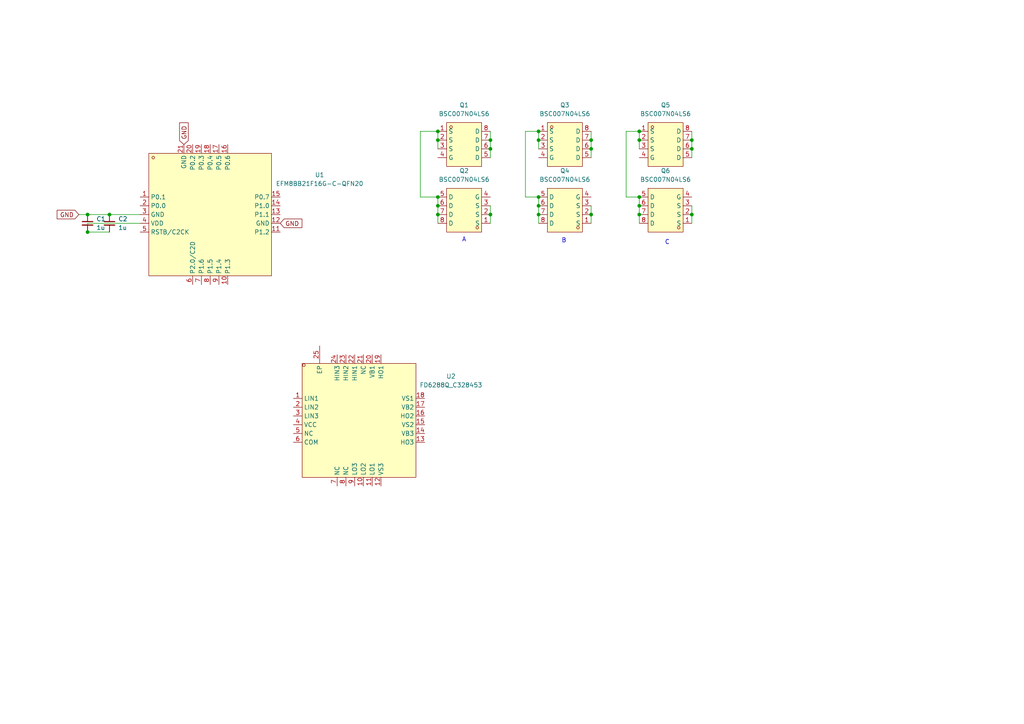
<source format=kicad_sch>
(kicad_sch (version 20250114) (generator "eeschema") (generator_version "9.0")
  (paper "A4")
  (lib_symbols
    (symbol "Device:C_Small" (pin_numbers (hide yes)) (pin_names (offset 0.254) (hide yes))
      (property "Reference" "C" (at 0.254 1.778 0))
      (property "Value" "C_Small" (at 0.254 -2.032 0))
      (symbol "C_Small_0_1"
        (polyline (pts (xy -1.524 0.508) (xy 1.524 0.508)) (stroke (width 0.3048)))
        (polyline (pts (xy -1.524 -0.508) (xy 1.524 -0.508)) (stroke (width 0.3302)))
      )
      (symbol "C_Small_1_1"
        (pin passive line (at 0 2.54 270) (length 2.032) (name "~") (number "1"))
        (pin passive line (at 0 -2.54 90) (length 2.032) (name "~") (number "2"))
      )
    )
    (symbol "easyeda2kicad:BSC007N04LS6"
      (property "Reference" "Q" (at 0 10.16 0))
      (property "Value" "BSC007N04LS6" (at 0 -7.62 0))
      (symbol "BSC007N04LS6_0_1"
        (rectangle (start -5.08 7.62) (end 5.08 -5.08) (fill (type background)))
        (circle (center -3.81 6.35) (radius 0.38))
        (pin unspecified line (at -7.62 5.08 0) (length 2.54) (name "S") (number "1"))
        (pin unspecified line (at -7.62 2.54 0) (length 2.54) (name "S") (number "2"))
        (pin unspecified line (at -7.62 0 0) (length 2.54) (name "S") (number "3"))
        (pin unspecified line (at -7.62 -2.54 0) (length 2.54) (name "G") (number "4"))
        (pin unspecified line (at 7.62 5.08 180) (length 2.54) (name "D") (number "8"))
        (pin unspecified line (at 7.62 2.54 180) (length 2.54) (name "D") (number "7"))
        (pin unspecified line (at 7.62 0 180) (length 2.54) (name "D") (number "6"))
        (pin unspecified line (at 7.62 -2.54 180) (length 2.54) (name "D") (number "5"))
      )
    )
    (symbol "easyeda2kicad:EFM8BB21F16G-C-QFN20"
      (property "Reference" "U" (at 0 25.4 0))
      (property "Value" "EFM8BB21F16G-C-QFN20" (at 0 -25.4 0))
      (symbol "EFM8BB21F16G-C-QFN20_0_1"
        (rectangle (start -17.78 17.78) (end 17.78 -17.78) (fill (type background)))
        (circle (center -16.51 16.51) (radius 0.38))
        (pin unspecified line (at -20.32 5.08 0) (length 2.54) (name "P0.1") (number "1"))
        (pin unspecified line (at -20.32 2.54 0) (length 2.54) (name "P0.0") (number "2"))
        (pin unspecified line (at -20.32 0 0) (length 2.54) (name "GND") (number "3"))
        (pin unspecified line (at -20.32 -2.54 0) (length 2.54) (name "VDD") (number "4"))
        (pin unspecified line (at -20.32 -5.08 0) (length 2.54) (name "RSTB/C2CK") (number "5"))
        (pin unspecified line (at -7.62 20.32 270) (length 2.54) (name "GND") (number "21"))
        (pin unspecified line (at -5.08 20.32 270) (length 2.54) (name "P0.2") (number "20"))
        (pin unspecified line (at -5.08 -20.32 90) (length 2.54) (name "P2.0/C2D") (number "6"))
        (pin unspecified line (at -2.54 20.32 270) (length 2.54) (name "P0.3") (number "19"))
        (pin unspecified line (at -2.54 -20.32 90) (length 2.54) (name "P1.6") (number "7"))
        (pin unspecified line (at 0 20.32 270) (length 2.54) (name "P0.4") (number "18"))
        (pin unspecified line (at 0 -20.32 90) (length 2.54) (name "P1.5") (number "8"))
        (pin unspecified line (at 2.54 20.32 270) (length 2.54) (name "P0.5") (number "17"))
        (pin unspecified line (at 2.54 -20.32 90) (length 2.54) (name "P1.4") (number "9"))
        (pin unspecified line (at 5.08 20.32 270) (length 2.54) (name "P0.6") (number "16"))
        (pin unspecified line (at 5.08 -20.32 90) (length 2.54) (name "P1.3") (number "10"))
        (pin unspecified line (at 20.32 5.08 180) (length 2.54) (name "P0.7") (number "15"))
        (pin unspecified line (at 20.32 2.54 180) (length 2.54) (name "P1.0") (number "14"))
        (pin unspecified line (at 20.32 0 180) (length 2.54) (name "P1.1") (number "13"))
        (pin unspecified line (at 20.32 -2.54 180) (length 2.54) (name "GND") (number "12"))
        (pin unspecified line (at 20.32 -5.08 180) (length 2.54) (name "P1.2") (number "11"))
      )
    )
    (symbol "easyeda2kicad:FD6288Q_C328453"
      (property "Reference" "U" (at 0 26.67 0))
      (property "Value" "FD6288Q_C328453" (at 0 -24.13 0))
      (symbol "FD6288Q_C328453_0_1"
        (rectangle (start -16.51 16.51) (end 16.51 -16.51) (fill (type background)))
        (circle (center -16 16) (radius 0.38))
        (pin unspecified line (at -19.05 6.35 0) (length 2.54) (name "LIN1") (number "1"))
        (pin unspecified line (at -19.05 3.81 0) (length 2.54) (name "LIN2") (number "2"))
        (pin unspecified line (at -19.05 1.27 0) (length 2.54) (name "LIN3") (number "3"))
        (pin unspecified line (at -19.05 -1.27 0) (length 2.54) (name "VCC") (number "4"))
        (pin unspecified line (at -19.05 -3.81 0) (length 2.54) (name "NC") (number "5"))
        (pin unspecified line (at -19.05 -6.35 0) (length 2.54) (name "COM") (number "6"))
        (pin unspecified line (at -11.43 21.59 270) (length 5.08) (name "EP") (number "25"))
        (pin unspecified line (at -6.35 19.05 270) (length 2.54) (name "HIN3") (number "24"))
        (pin unspecified line (at -6.35 -19.05 90) (length 2.54) (name "NC") (number "7"))
        (pin unspecified line (at -3.81 19.05 270) (length 2.54) (name "HIN2") (number "23"))
        (pin unspecified line (at -3.81 -19.05 90) (length 2.54) (name "NC") (number "8"))
        (pin unspecified line (at -1.27 19.05 270) (length 2.54) (name "HIN1") (number "22"))
        (pin unspecified line (at -1.27 -19.05 90) (length 2.54) (name "LO3") (number "9"))
        (pin unspecified line (at 1.27 19.05 270) (length 2.54) (name "NC") (number "21"))
        (pin unspecified line (at 1.27 -19.05 90) (length 2.54) (name "LO2") (number "10"))
        (pin unspecified line (at 3.81 19.05 270) (length 2.54) (name "VB1") (number "20"))
        (pin unspecified line (at 3.81 -19.05 90) (length 2.54) (name "LO1") (number "11"))
        (pin unspecified line (at 6.35 19.05 270) (length 2.54) (name "HO1") (number "19"))
        (pin unspecified line (at 6.35 -19.05 90) (length 2.54) (name "VS3") (number "12"))
        (pin unspecified line (at 19.05 6.35 180) (length 2.54) (name "VS1") (number "18"))
        (pin unspecified line (at 19.05 3.81 180) (length 2.54) (name "VB2") (number "17"))
        (pin unspecified line (at 19.05 1.27 180) (length 2.54) (name "HO2") (number "16"))
        (pin unspecified line (at 19.05 -1.27 180) (length 2.54) (name "VS2") (number "15"))
        (pin unspecified line (at 19.05 -3.81 180) (length 2.54) (name "VB3") (number "14"))
        (pin unspecified line (at 19.05 -6.35 180) (length 2.54) (name "HO3") (number "13"))
      )
    )
  )
  (text "C" (at 193.548 70.358 0) (effects (font (size 1.27 1.27))))
  (text "A" (at 134.62 69.596 0) (effects (font (size 1.27 1.27))))
  (text "B" (at 163.576 69.85 0) (effects (font (size 1.27 1.27))))
  (junction (at 31.75 62.23))
  (junction (at 25.4 67.31))
  (junction (at 171.45 40.64))
  (junction (at 185.42 40.64))
  (junction (at 185.42 59.69))
  (junction (at 185.42 57.15))
  (junction (at 127 38.1))
  (junction (at 171.45 43.18))
  (junction (at 156.21 38.1))
  (junction (at 156.21 57.15))
  (junction (at 200.66 43.18))
  (junction (at 156.21 40.64))
  (junction (at 25.4 62.23))
  (junction (at 200.66 62.23))
  (junction (at 156.21 59.69))
  (junction (at 142.24 43.18))
  (junction (at 127 57.15))
  (junction (at 142.24 40.64))
  (junction (at 127 62.23))
  (junction (at 185.42 62.23))
  (junction (at 200.66 40.64))
  (junction (at 127 59.69))
  (junction (at 185.42 38.1))
  (junction (at 156.21 62.23))
  (junction (at 171.45 62.23))
  (junction (at 142.24 62.23))
  (junction (at 127 40.64))
  (wire (pts (xy 152.4 38.1) (xy 152.4 57.15)))
  (wire (pts (xy 171.45 62.23) (xy 171.45 64.77)))
  (wire (pts (xy 142.24 43.18) (xy 142.24 45.72)))
  (wire (pts (xy 127 57.15) (xy 127 59.69)))
  (wire (pts (xy 185.42 38.1) (xy 181.61 38.1)))
  (wire (pts (xy 142.24 40.64) (xy 142.24 43.18)))
  (wire (pts (xy 185.42 38.1) (xy 185.42 40.64)))
  (wire (pts (xy 200.66 38.1) (xy 200.66 40.64)))
  (wire (pts (xy 200.66 43.18) (xy 200.66 45.72)))
  (wire (pts (xy 185.42 62.23) (xy 185.42 64.77)))
  (wire (pts (xy 185.42 59.69) (xy 185.42 62.23)))
  (wire (pts (xy 156.21 38.1) (xy 152.4 38.1)))
  (wire (pts (xy 127 62.23) (xy 127 64.77)))
  (wire (pts (xy 156.21 40.64) (xy 156.21 43.18)))
  (wire (pts (xy 171.45 59.69) (xy 171.45 62.23)))
  (wire (pts (xy 171.45 40.64) (xy 171.45 43.18)))
  (wire (pts (xy 142.24 59.69) (xy 142.24 62.23)))
  (wire (pts (xy 25.4 62.23) (xy 31.75 62.23)))
  (wire (pts (xy 142.24 62.23) (xy 142.24 64.77)))
  (wire (pts (xy 185.42 57.15) (xy 185.42 59.69)))
  (wire (pts (xy 121.92 57.15) (xy 127 57.15)))
  (wire (pts (xy 156.21 57.15) (xy 156.21 59.69)))
  (wire (pts (xy 127 40.64) (xy 127 43.18)))
  (wire (pts (xy 156.21 62.23) (xy 156.21 64.77)))
  (wire (pts (xy 127 38.1) (xy 121.92 38.1)))
  (wire (pts (xy 200.66 62.23) (xy 200.66 64.77)))
  (wire (pts (xy 127 59.69) (xy 127 62.23)))
  (wire (pts (xy 31.75 62.23) (xy 40.64 62.23)))
  (wire (pts (xy 181.61 38.1) (xy 181.61 57.15)))
  (wire (pts (xy 25.4 64.77) (xy 25.4 67.31)))
  (wire (pts (xy 142.24 38.1) (xy 142.24 40.64)))
  (wire (pts (xy 200.66 59.69) (xy 200.66 62.23)))
  (wire (pts (xy 40.64 64.77) (xy 25.4 64.77)))
  (wire (pts (xy 200.66 40.64) (xy 200.66 43.18)))
  (wire (pts (xy 121.92 38.1) (xy 121.92 57.15)))
  (wire (pts (xy 156.21 59.69) (xy 156.21 62.23)))
  (wire (pts (xy 25.4 67.31) (xy 31.75 67.31)))
  (wire (pts (xy 127 38.1) (xy 127 40.64)))
  (wire (pts (xy 156.21 38.1) (xy 156.21 40.64)))
  (wire (pts (xy 171.45 38.1) (xy 171.45 40.64)))
  (wire (pts (xy 185.42 40.64) (xy 185.42 43.18)))
  (wire (pts (xy 152.4 57.15) (xy 156.21 57.15)))
  (wire (pts (xy 181.61 57.15) (xy 185.42 57.15)))
  (wire (pts (xy 22.86 62.23) (xy 25.4 62.23)))
  (wire (pts (xy 171.45 43.18) (xy 171.45 45.72)))
  (global_label "GND" (shape input) (at 81.28 64.77 0) (property "Intersheetrefs" "${INTERSHEET_REFS}" (effects (hide yes))))
  (global_label "GND" (shape input) (at 53.34 41.91 90) (property "Intersheetrefs" "${INTERSHEET_REFS}" (effects (hide yes))))
  (global_label "GND" (shape input) (at 22.86 62.23 180) (property "Intersheetrefs" "${INTERSHEET_REFS}" (effects (hide yes))))
  (symbol (lib_id "easyeda2kicad:EFM8BB21F16G-C-QFN20") (at 60.96 62.23 0) (unit 1)
    (property "Reference" "U1" (at 92.71 50.7298 0))
    (property "Value" "EFM8BB21F16G-C-QFN20" (at 92.71 53.2698 0))
    (property "Footprint" "easyeda2kicad:QFN-20_L3.0-W3.0-P0.50-BL-EP1.7_EFM8BB21F16G" (effects (hide yes)))
    (property "Datasheet" "https://lcsc.com/product-detail/SILICON-LABS_SILICON-LABS_EFM8BB21F16G-C-QFN20_EFM8BB21F16G-C-QFN20_C80713.html" (effects (hide yes)))
    (property "LCSC Part" "C80713" (effects (hide yes)))
  )
  (symbol (lib_id "easyeda2kicad:BSC007N04LS6") (at 193.04 59.69 180) (unit 1)
    (property "Reference" "Q6" (at 193.04 49.53 0))
    (property "Value" "BSC007N04LS6" (at 193.04 52.07 0))
    (property "Footprint" "easyeda2kicad:PG-TDSON-8-FL_L5.0-W6.0-P1.27-LS6.2-BL" (effects (hide yes)))
    (property "Datasheet" "https://lcsc.com/product-detail/MOSFET_Infineon-Technologies-BSC007N04LS6_C534274.html" (effects (hide yes)))
    (property "LCSC Part" "C534274" (effects (hide yes)))
  )
  (symbol (lib_id "easyeda2kicad:BSC007N04LS6") (at 193.04 43.18 0) (unit 1)
    (property "Reference" "Q5" (at 193.04 30.48 0))
    (property "Value" "BSC007N04LS6" (at 193.04 33.02 0))
    (property "Footprint" "easyeda2kicad:PG-TDSON-8-FL_L5.0-W6.0-P1.27-LS6.2-BL" (effects (hide yes)))
    (property "Datasheet" "https://lcsc.com/product-detail/MOSFET_Infineon-Technologies-BSC007N04LS6_C534274.html" (effects (hide yes)))
    (property "LCSC Part" "C534274" (effects (hide yes)))
  )
  (symbol (lib_id "easyeda2kicad:BSC007N04LS6") (at 163.83 43.18 0) (unit 1)
    (property "Reference" "Q3" (at 163.83 30.48 0))
    (property "Value" "BSC007N04LS6" (at 163.83 33.02 0))
    (property "Footprint" "easyeda2kicad:PG-TDSON-8-FL_L5.0-W6.0-P1.27-LS6.2-BL" (effects (hide yes)))
    (property "Datasheet" "https://lcsc.com/product-detail/MOSFET_Infineon-Technologies-BSC007N04LS6_C534274.html" (effects (hide yes)))
    (property "LCSC Part" "C534274" (effects (hide yes)))
  )
  (symbol (lib_id "Device:C_Small") (at 31.75 64.77 0) (unit 1)
    (property "Reference" "C2" (at 34.29 63.5062 0) (effects (justify left)))
    (property "Value" "1u" (at 34.29 66.0462 0) (effects (justify left)))
    (property "Description" "Unpolarized capacitor, small symbol" (effects (hide yes)))
  )
  (symbol (lib_id "easyeda2kicad:BSC007N04LS6") (at 134.62 59.69 180) (unit 1)
    (property "Reference" "Q2" (at 134.62 49.53 0))
    (property "Value" "BSC007N04LS6" (at 134.62 52.07 0))
    (property "Footprint" "easyeda2kicad:PG-TDSON-8-FL_L5.0-W6.0-P1.27-LS6.2-BL" (effects (hide yes)))
    (property "Datasheet" "https://lcsc.com/product-detail/MOSFET_Infineon-Technologies-BSC007N04LS6_C534274.html" (effects (hide yes)))
    (property "LCSC Part" "C534274" (effects (hide yes)))
  )
  (symbol (lib_id "easyeda2kicad:BSC007N04LS6") (at 163.83 59.69 180) (unit 1)
    (property "Reference" "Q4" (at 163.83 49.53 0))
    (property "Value" "BSC007N04LS6" (at 163.83 52.07 0))
    (property "Footprint" "easyeda2kicad:PG-TDSON-8-FL_L5.0-W6.0-P1.27-LS6.2-BL" (effects (hide yes)))
    (property "Datasheet" "https://lcsc.com/product-detail/MOSFET_Infineon-Technologies-BSC007N04LS6_C534274.html" (effects (hide yes)))
    (property "LCSC Part" "C534274" (effects (hide yes)))
  )
  (symbol (lib_id "Device:C_Small") (at 25.4 64.77 0) (unit 1)
    (property "Reference" "C1" (at 27.94 63.5062 0) (effects (justify left)))
    (property "Value" "1u" (at 27.94 66.0462 0) (effects (justify left)))
    (property "Description" "Unpolarized capacitor, small symbol" (effects (hide yes)))
  )
  (symbol (lib_id "easyeda2kicad:FD6288Q_C328453") (at 104.14 121.92 0) (unit 1)
    (property "Reference" "U2" (at 130.81 109.1498 0))
    (property "Value" "FD6288Q_C328453" (at 130.81 111.6898 0))
    (property "Footprint" "easyeda2kicad:QFN-24_L4.0-W4.0-P0.50-BL-EP2.6" (effects (hide yes)))
    (property "Datasheet" "https://lcsc.com/product-detail/Others_Fortior-Tech-FD6288Q_C328453.html" (effects (hide yes)))
    (property "LCSC Part" "C328453" (effects (hide yes)))
  )
  (symbol (lib_id "easyeda2kicad:BSC007N04LS6") (at 134.62 43.18 0) (unit 1)
    (property "Reference" "Q1" (at 134.62 30.48 0))
    (property "Value" "BSC007N04LS6" (at 134.62 33.02 0))
    (property "Footprint" "easyeda2kicad:PG-TDSON-8-FL_L5.0-W6.0-P1.27-LS6.2-BL" (effects (hide yes)))
    (property "Datasheet" "https://lcsc.com/product-detail/MOSFET_Infineon-Technologies-BSC007N04LS6_C534274.html" (effects (hide yes)))
    (property "LCSC Part" "C534274" (effects (hide yes)))
  )
)
</source>
